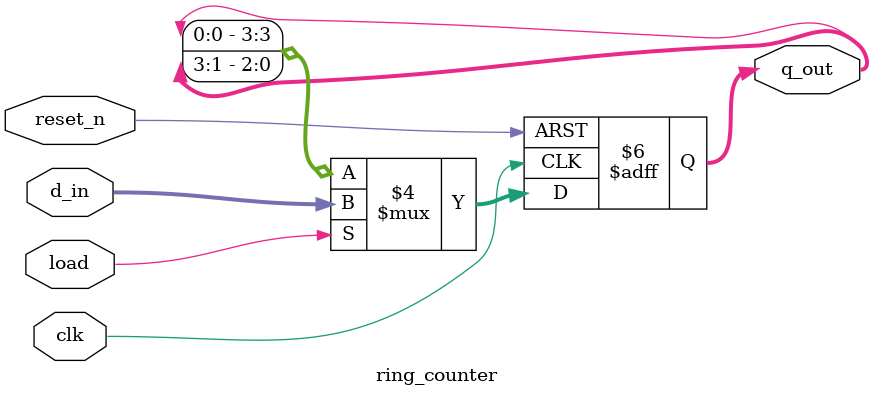
<source format=v>
`timescale 1ns / 1ps


module ring_counter #(parameter N = 4)(
    input load,clk,reset_n,
    input [N-1:0]d_in,
    output reg [N-1:0]q_out
    );
    always@(posedge clk, negedge reset_n)
    begin
        if(!reset_n)
            q_out <= 0;
        else
        begin
            if(load)
                q_out <= d_in;
            else
                q_out <= {q_out[0],q_out[3:1]};
        end
    end
endmodule

</source>
